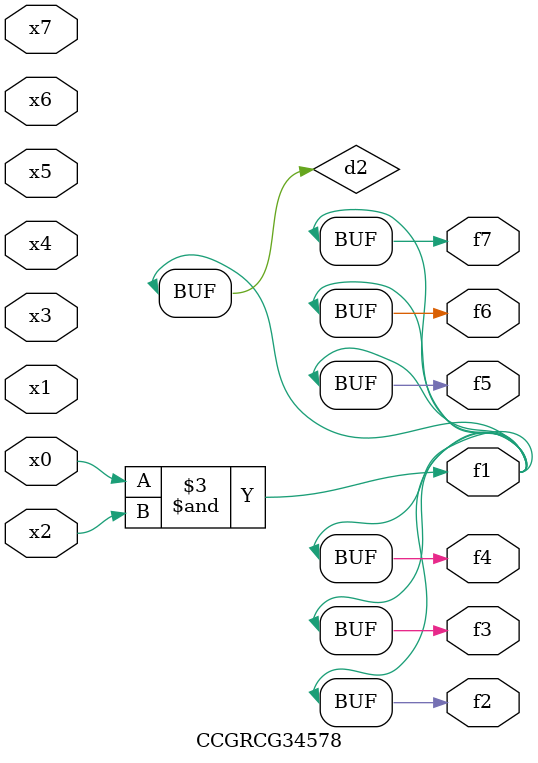
<source format=v>
module CCGRCG34578(
	input x0, x1, x2, x3, x4, x5, x6, x7,
	output f1, f2, f3, f4, f5, f6, f7
);

	wire d1, d2;

	nor (d1, x3, x6);
	and (d2, x0, x2);
	assign f1 = d2;
	assign f2 = d2;
	assign f3 = d2;
	assign f4 = d2;
	assign f5 = d2;
	assign f6 = d2;
	assign f7 = d2;
endmodule

</source>
